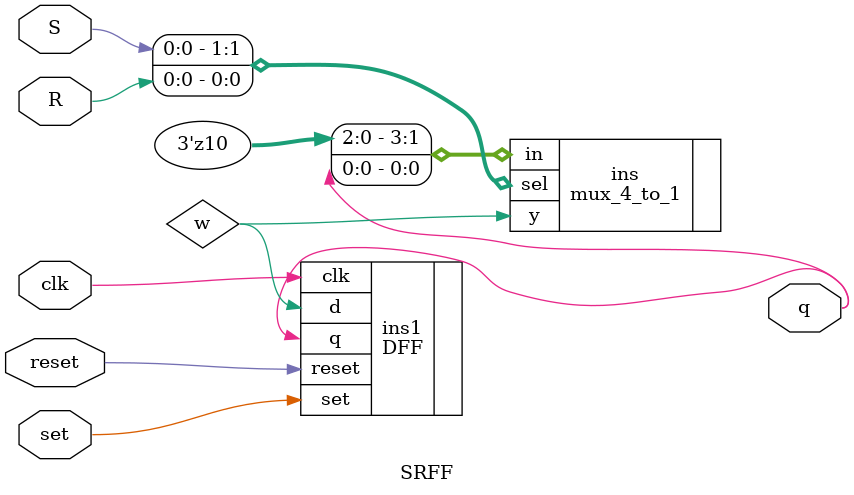
<source format=v>
`timescale 1ns / 1ps

module SRFF(output q, input S, R, set, reset, clk);
  wire w;
  mux_4_to_1 ins(.y(w),.in({1'bz,1'b1,1'b0,q}),.sel({S,R}));
  
  DFF ins1(.q(q),.d(w),.set(set),.reset(reset),.clk(clk));
  
endmodule

</source>
